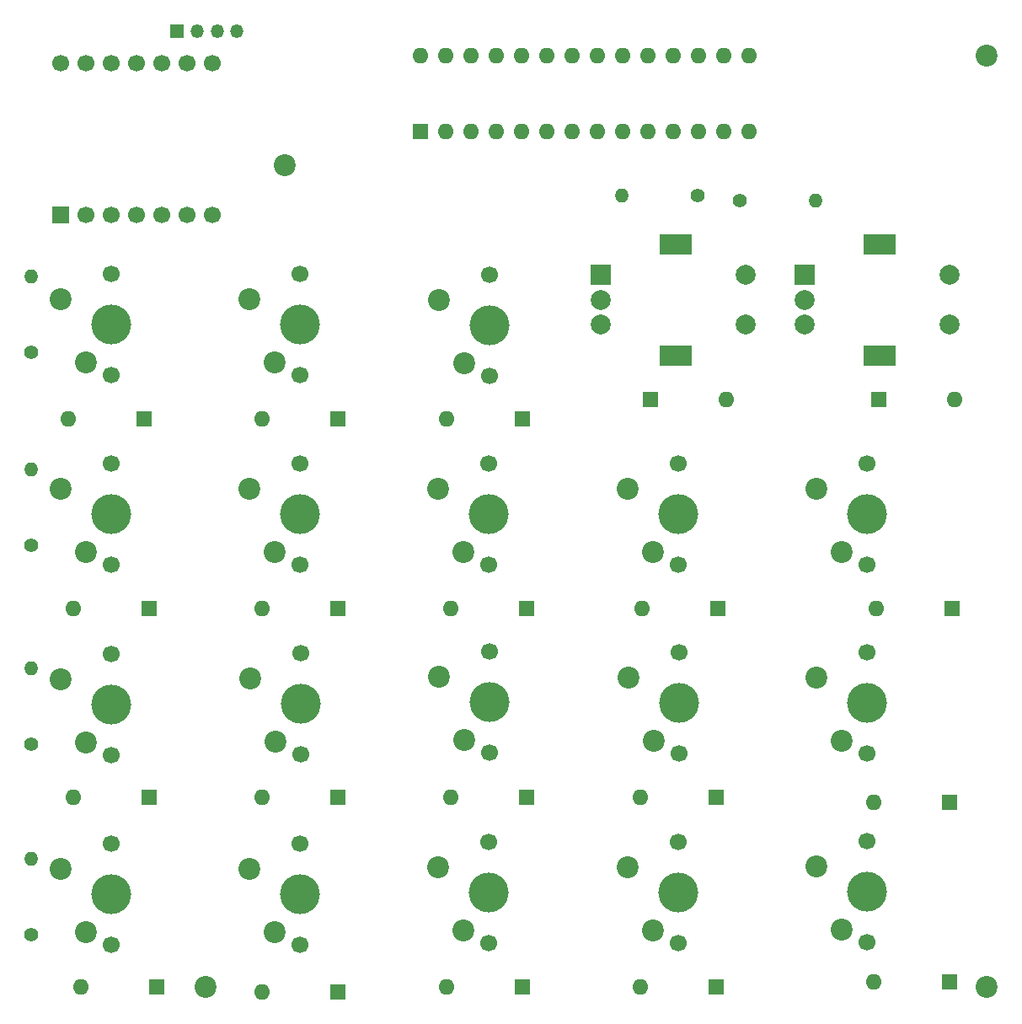
<source format=gbr>
%TF.GenerationSoftware,KiCad,Pcbnew,8.0.6-1.fc40*%
%TF.CreationDate,2024-10-26T10:37:40+11:00*%
%TF.ProjectId,Davepad,44617665-7061-4642-9e6b-696361645f70,rev?*%
%TF.SameCoordinates,Original*%
%TF.FileFunction,Soldermask,Bot*%
%TF.FilePolarity,Negative*%
%FSLAX46Y46*%
G04 Gerber Fmt 4.6, Leading zero omitted, Abs format (unit mm)*
G04 Created by KiCad (PCBNEW 8.0.6-1.fc40) date 2024-10-26 10:37:40*
%MOMM*%
%LPD*%
G01*
G04 APERTURE LIST*
%ADD10R,1.350000X1.350000*%
%ADD11O,1.350000X1.350000*%
%ADD12C,2.200000*%
%ADD13O,1.600000X1.600000*%
%ADD14R,1.600000X1.600000*%
%ADD15C,1.700000*%
%ADD16C,4.000000*%
%ADD17R,1.700000X1.700000*%
%ADD18C,2.000000*%
%ADD19R,3.200000X2.000000*%
%ADD20R,2.000000X2.000000*%
%ADD21O,1.400000X1.400000*%
%ADD22C,1.400000*%
G04 APERTURE END LIST*
D10*
%TO.C,J1*%
X35171138Y-20500000D03*
D11*
X37171138Y-20500000D03*
X39171138Y-20500000D03*
X41171138Y-20500000D03*
%TD*%
D12*
%TO.C,REF\u002A\u002A*%
X38000000Y-116500000D03*
%TD*%
%TO.C,REF\u002A\u002A*%
X116500000Y-116500000D03*
%TD*%
D13*
%TO.C,D3*%
X24690000Y-97500000D03*
D14*
X32310000Y-97500000D03*
%TD*%
D12*
%TO.C,SW3*%
X26000000Y-92000000D03*
X23460000Y-85650000D03*
D15*
X28540000Y-83110000D03*
D16*
X28540000Y-88190000D03*
D15*
X28540000Y-93270000D03*
%TD*%
D12*
%TO.C,SW16*%
X83000000Y-110850000D03*
X80460000Y-104500000D03*
D15*
X85540000Y-101960000D03*
D16*
X85540000Y-107040000D03*
D15*
X85540000Y-112120000D03*
%TD*%
D12*
%TO.C,SW12*%
X63960000Y-110850000D03*
X61420000Y-104500000D03*
D15*
X66500000Y-101960000D03*
D16*
X66500000Y-107040000D03*
D15*
X66500000Y-112120000D03*
%TD*%
D12*
%TO.C,SW11*%
X64000000Y-91730000D03*
X61460000Y-85380000D03*
D15*
X66540000Y-82840000D03*
D16*
X66540000Y-87920000D03*
D15*
X66540000Y-93000000D03*
%TD*%
D12*
%TO.C,SW14*%
X82960000Y-72810000D03*
X80420000Y-66460000D03*
D15*
X85500000Y-63920000D03*
D16*
X85500000Y-69000000D03*
D15*
X85500000Y-74080000D03*
%TD*%
%TO.C,U1*%
X23460000Y-23750000D03*
X26000000Y-23750000D03*
X28540000Y-23750000D03*
X31080000Y-23750000D03*
X33620000Y-23750000D03*
X36160000Y-23750000D03*
X38700000Y-23750000D03*
X38700000Y-39000000D03*
X36160000Y-39000000D03*
X33620000Y-39000000D03*
X31080000Y-39000000D03*
X28540000Y-39000000D03*
X26000000Y-39000000D03*
D17*
X23460000Y-39000000D03*
%TD*%
D12*
%TO.C,SW7*%
X45040000Y-91850000D03*
X42500000Y-85500000D03*
D15*
X47580000Y-82960000D03*
D16*
X47580000Y-88040000D03*
D15*
X47580000Y-93120000D03*
%TD*%
D12*
%TO.C,SW18*%
X101960000Y-72810000D03*
X99420000Y-66460000D03*
D15*
X104500000Y-63920000D03*
D16*
X104500000Y-69000000D03*
D15*
X104500000Y-74080000D03*
%TD*%
D18*
%TO.C,SW13*%
X92250000Y-45000000D03*
X92250000Y-50000000D03*
D19*
X85250000Y-53100000D03*
X85250000Y-41900000D03*
D18*
X77750000Y-47500000D03*
X77750000Y-50000000D03*
D20*
X77750000Y-45000000D03*
%TD*%
D21*
%TO.C,R7*%
X20500000Y-84500000D03*
D22*
X20500000Y-92120000D03*
%TD*%
D18*
%TO.C,SW17*%
X112750000Y-45000000D03*
X112750000Y-50000000D03*
D19*
X105750000Y-53100000D03*
X105750000Y-41900000D03*
D18*
X98250000Y-47500000D03*
X98250000Y-50000000D03*
D20*
X98250000Y-45000000D03*
%TD*%
D13*
%TO.C,D4*%
X25500000Y-116500000D03*
D14*
X33120000Y-116500000D03*
%TD*%
D13*
%TO.C,D18*%
X113310000Y-57500000D03*
D14*
X105690000Y-57500000D03*
%TD*%
D12*
%TO.C,SW9*%
X64040000Y-53850000D03*
X61500000Y-47500000D03*
D15*
X66580000Y-44960000D03*
D16*
X66580000Y-50040000D03*
D15*
X66580000Y-55120000D03*
%TD*%
D13*
%TO.C,D2*%
X24690000Y-78500000D03*
D14*
X32310000Y-78500000D03*
%TD*%
D12*
%TO.C,SW15*%
X83040000Y-91810000D03*
X80500000Y-85460000D03*
D15*
X85580000Y-82920000D03*
D16*
X85580000Y-88000000D03*
D15*
X85580000Y-93080000D03*
%TD*%
D13*
%TO.C,D12*%
X62690000Y-97500000D03*
D14*
X70310000Y-97500000D03*
%TD*%
D12*
%TO.C,SW2*%
X25960000Y-72810000D03*
X23420000Y-66460000D03*
D15*
X28500000Y-63920000D03*
D16*
X28500000Y-69000000D03*
D15*
X28500000Y-74080000D03*
%TD*%
D13*
%TO.C,D10*%
X62190000Y-59500000D03*
D14*
X69810000Y-59500000D03*
%TD*%
D12*
%TO.C,SW4*%
X26000000Y-111000000D03*
X23460000Y-104650000D03*
D15*
X28540000Y-102110000D03*
D16*
X28540000Y-107190000D03*
D15*
X28540000Y-112270000D03*
%TD*%
D12*
%TO.C,SW19*%
X101960000Y-91810000D03*
X99420000Y-85460000D03*
D15*
X104500000Y-82920000D03*
D16*
X104500000Y-88000000D03*
D15*
X104500000Y-93080000D03*
%TD*%
D12*
%TO.C,SW10*%
X63960000Y-72810000D03*
X61420000Y-66460000D03*
D15*
X66500000Y-63920000D03*
D16*
X66500000Y-69000000D03*
D15*
X66500000Y-74080000D03*
%TD*%
D13*
%TO.C,D7*%
X43690000Y-97500000D03*
D14*
X51310000Y-97500000D03*
%TD*%
D21*
%TO.C,R11*%
X79880000Y-37000000D03*
D22*
X87500000Y-37000000D03*
%TD*%
D12*
%TO.C,REF\u002A\u002A*%
X46000000Y-34000000D03*
%TD*%
D13*
%TO.C,D11*%
X62690000Y-78500000D03*
D14*
X70310000Y-78500000D03*
%TD*%
D12*
%TO.C,SW6*%
X44960000Y-72810000D03*
X42420000Y-66460000D03*
D15*
X47500000Y-63920000D03*
D16*
X47500000Y-69000000D03*
D15*
X47500000Y-74080000D03*
%TD*%
D21*
%TO.C,R6*%
X20500000Y-103690000D03*
D22*
X20500000Y-111310000D03*
%TD*%
D12*
%TO.C,SW5*%
X44960000Y-53810000D03*
X42420000Y-47460000D03*
D15*
X47500000Y-44920000D03*
D16*
X47500000Y-50000000D03*
D15*
X47500000Y-55080000D03*
%TD*%
D12*
%TO.C,SW1*%
X25960000Y-53810000D03*
X23420000Y-47460000D03*
D15*
X28500000Y-44920000D03*
D16*
X28500000Y-50000000D03*
D15*
X28500000Y-55080000D03*
%TD*%
D12*
%TO.C,SW20*%
X101960000Y-110730000D03*
X99420000Y-104380000D03*
D15*
X104500000Y-101840000D03*
D16*
X104500000Y-106920000D03*
D15*
X104500000Y-112000000D03*
%TD*%
D13*
%TO.C,D20*%
X105190000Y-98000000D03*
D14*
X112810000Y-98000000D03*
%TD*%
D13*
%TO.C,D1*%
X24190000Y-59500000D03*
D14*
X31810000Y-59500000D03*
%TD*%
D13*
%TO.C,D6*%
X43690000Y-78500000D03*
D14*
X51310000Y-78500000D03*
%TD*%
D13*
%TO.C,D17*%
X81690000Y-116500000D03*
D14*
X89310000Y-116500000D03*
%TD*%
D12*
%TO.C,REF\u002A\u002A*%
X116500000Y-23000000D03*
%TD*%
D13*
%TO.C,D14*%
X90310000Y-57500000D03*
D14*
X82690000Y-57500000D03*
%TD*%
D13*
%TO.C,D5*%
X43690000Y-59500000D03*
D14*
X51310000Y-59500000D03*
%TD*%
D13*
%TO.C,D21*%
X105190000Y-116000000D03*
D14*
X112810000Y-116000000D03*
%TD*%
D13*
%TO.C,D13*%
X62190000Y-116500000D03*
D14*
X69810000Y-116500000D03*
%TD*%
D13*
%TO.C,D15*%
X81880000Y-78500000D03*
D14*
X89500000Y-78500000D03*
%TD*%
D21*
%TO.C,R10*%
X99310000Y-37500000D03*
D22*
X91690000Y-37500000D03*
%TD*%
D21*
%TO.C,R8*%
X20500000Y-64500000D03*
D22*
X20500000Y-72120000D03*
%TD*%
D13*
%TO.C,D8*%
X43690000Y-117000000D03*
D14*
X51310000Y-117000000D03*
%TD*%
D13*
%TO.C,D16*%
X81690000Y-97500000D03*
D14*
X89310000Y-97500000D03*
%TD*%
D21*
%TO.C,R9*%
X20500000Y-45190000D03*
D22*
X20500000Y-52810000D03*
%TD*%
D13*
%TO.C,D19*%
X105380000Y-78500000D03*
D14*
X113000000Y-78500000D03*
%TD*%
D12*
%TO.C,SW8*%
X44960000Y-111000000D03*
X42420000Y-104650000D03*
D15*
X47500000Y-102110000D03*
D16*
X47500000Y-107190000D03*
D15*
X47500000Y-112270000D03*
%TD*%
D13*
%TO.C,U2*%
X59600000Y-23000000D03*
X62140000Y-23000000D03*
X64680000Y-23000000D03*
X67220000Y-23000000D03*
X69760000Y-23000000D03*
X72300000Y-23000000D03*
X74840000Y-23000000D03*
X77380000Y-23000000D03*
X79920000Y-23000000D03*
X82460000Y-23000000D03*
X85000000Y-23000000D03*
X87540000Y-23000000D03*
X90080000Y-23000000D03*
X92620000Y-23000000D03*
X92620000Y-30620000D03*
X90080000Y-30620000D03*
X87540000Y-30620000D03*
X85000000Y-30620000D03*
X82460000Y-30620000D03*
X79920000Y-30620000D03*
X77380000Y-30620000D03*
X74840000Y-30620000D03*
X72300000Y-30620000D03*
X69760000Y-30620000D03*
X67220000Y-30620000D03*
X64680000Y-30620000D03*
X62140000Y-30620000D03*
D14*
X59600000Y-30620000D03*
%TD*%
M02*

</source>
